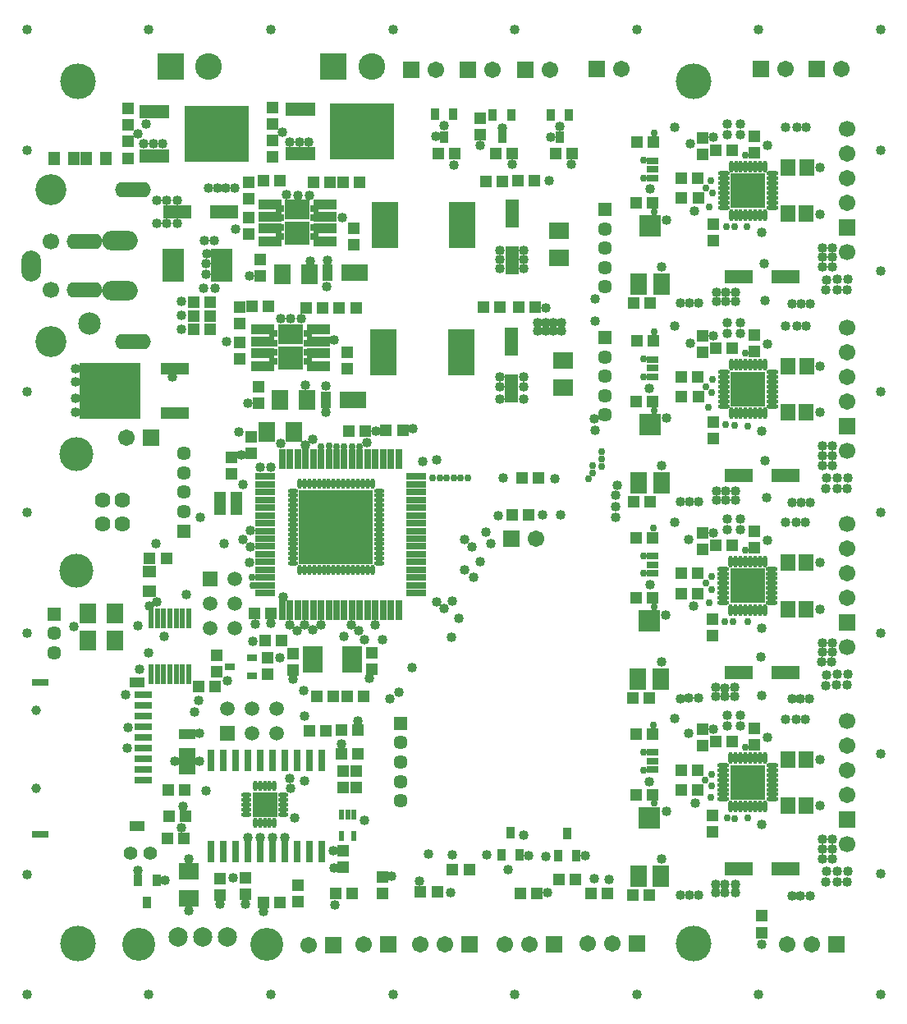
<source format=gbr>
G04 DipTrace 2.4.0.1*
%INTopMask.gbr*%
%MOIN*%
%ADD14C,0.04*%
%ADD25R,0.0551X0.1181*%
%ADD28R,0.1181X0.0551*%
%ADD44R,0.0591X0.0591*%
%ADD46C,0.0591*%
%ADD60R,0.0591X0.0394*%
%ADD61R,0.0709X0.0315*%
%ADD62R,0.061X0.0394*%
%ADD75R,0.05X0.025*%
%ADD90R,0.0413X0.0256*%
%ADD97R,0.0236X0.0787*%
%ADD102C,0.0669*%
%ADD103C,0.1339*%
%ADD104C,0.145*%
%ADD105C,0.0394*%
%ADD114C,0.03*%
%ADD117R,0.0828X0.108*%
%ADD119R,0.0316X0.0867*%
%ADD120R,0.2501X0.2265*%
%ADD122R,0.1163X0.0474*%
%ADD124R,0.1419X0.1419*%
%ADD126O,0.0474X0.0198*%
%ADD128O,0.0198X0.0474*%
%ADD133R,0.0997X0.0812*%
%ADD135R,0.0997X0.0966*%
%ADD137R,0.0336X0.0277*%
%ADD139R,0.0946X0.0395*%
%ADD141R,0.0237X0.0434*%
%ADD143R,0.1045X0.1045*%
%ADD145R,0.2993X0.2993*%
%ADD147O,0.0198X0.0415*%
%ADD149O,0.0415X0.0198*%
%ADD151R,0.0277X0.0789*%
%ADD153R,0.0789X0.0277*%
%ADD155C,0.0552*%
%ADD159R,0.0867X0.0867*%
%ADD161R,0.071X0.0867*%
%ADD163R,0.0592X0.0671*%
%ADD165R,0.1202X0.0572*%
%ADD167R,0.2639X0.2265*%
%ADD169R,0.0336X0.0493*%
%ADD171R,0.1104X0.1852*%
%ADD173C,0.0572*%
%ADD175C,0.0572*%
%ADD177R,0.0572X0.0572*%
%ADD185R,0.0552X0.0474*%
%ADD187R,0.0474X0.0552*%
%ADD189R,0.0867X0.1332*%
%ADD191R,0.071X0.0438*%
%ADD193R,0.071X0.1064*%
%ADD195R,0.0438X0.071*%
%ADD197R,0.1064X0.071*%
%ADD201C,0.0785*%
%ADD203C,0.108*%
%ADD207R,0.108X0.108*%
%ADD209C,0.0671*%
%ADD212R,0.0671X0.0671*%
%ADD216C,0.1379*%
%ADD220C,0.0639*%
%ADD223C,0.0907*%
%ADD227C,0.1261*%
%ADD229O,0.1458X0.0789*%
%ADD232O,0.1458X0.0631*%
%ADD236O,0.0789X0.1261*%
%ADD238R,0.0789X0.071*%
%ADD240R,0.0513X0.0474*%
%ADD244R,0.0474X0.0513*%
%ADD246R,0.071X0.0789*%
%FSLAX44Y44*%
G04*
G70*
G90*
G75*
G01*
%LNTopMask*%
%LPD*%
D14*
X4493Y10413D3*
X5000Y13610D3*
X7420Y9880D3*
X6330Y25480D3*
X19960Y5480D3*
X23460Y5130D3*
X19960Y5480D3*
X17040Y16340D3*
X24325Y19775D3*
Y20225D3*
X17350Y16080D3*
X18830Y17975D3*
X6020Y5050D3*
X6900Y16650D3*
X9460Y17950D3*
X11700Y11720D3*
X11660Y12750D3*
X4430Y12590D3*
X10830Y16570D3*
X17700Y6080D3*
X18200Y17660D3*
X17950Y15680D3*
X8870Y31500D3*
X17610Y4540D3*
X18550Y17350D3*
X17680Y16380D3*
X8525Y26925D3*
X6700Y7200D3*
X6760Y8060D3*
X5360Y14280D3*
X7371Y12359D3*
X23500Y27770D3*
X16475Y22045D3*
X23490Y28660D3*
X23470Y23310D3*
X17050Y22120D3*
X23450Y23790D3*
X24325Y20700D3*
X24395Y21080D3*
X2370Y25820D3*
Y25280D3*
X4930Y15390D3*
X7790Y33160D3*
X30170Y33510D3*
Y33050D3*
X30150Y32580D3*
X29690Y33080D3*
Y33520D3*
X29680Y32610D3*
X29220D3*
X29230Y33050D3*
X29210Y33520D3*
D114*
X28810Y31590D3*
X29150Y31580D3*
X29650D3*
X28130Y32380D3*
X28240Y32940D3*
X28000Y33150D3*
X28180Y33460D3*
X29590Y34500D3*
D14*
X30500Y34890D3*
X28290Y35210D3*
X32630Y33980D3*
X32620Y32100D3*
X30260Y31340D3*
X28410Y28560D3*
Y28920D3*
X29180D3*
X28770Y28560D3*
Y28910D3*
X29180Y28560D3*
X29400Y35330D3*
X28850D3*
X29400Y35760D3*
X28850D3*
X32040Y35620D3*
X31670D3*
X31230D3*
X26730Y35630D3*
D114*
X25893Y32195D3*
X25453Y33555D3*
Y34275D3*
X25873Y35385D3*
D14*
X26380Y31870D3*
X9890Y6790D3*
X10940Y32880D3*
X11410Y32870D3*
X11900Y32850D3*
X13210Y31950D3*
X11930Y30190D3*
X12610Y30210D3*
X12600Y29150D3*
X9440Y29580D3*
X7610Y31010D3*
X8030D3*
X7590Y29100D3*
X8060Y29080D3*
X7700Y29670D3*
Y30080D3*
X7710Y30490D3*
X10770Y35410D3*
X11100Y35020D3*
X11470Y35010D3*
X11860Y35020D3*
X5140Y34950D3*
X5540D3*
X5930D3*
X4910Y35340D3*
X12550Y25110D3*
Y24040D3*
X11720Y25160D3*
X9370Y24410D3*
X9400Y6790D3*
X10730Y27860D3*
X11130D3*
X11540Y27850D3*
X12870Y27000D3*
X18810Y34890D3*
X19720Y35600D3*
X17340Y35690D3*
X17010Y35250D3*
X22040Y35670D3*
X21700Y35230D3*
X17750Y34080D3*
X20110Y34110D3*
X33133Y30735D3*
X33123Y30345D3*
X33113Y29945D3*
X32733Y30735D3*
X32723Y30345D3*
X32713Y29945D3*
X32883Y29435D3*
X33753Y29445D3*
X33333D3*
X32863Y29005D3*
X33733Y29015D3*
X33313D3*
X31483Y28445D3*
X32213Y28455D3*
X31843D3*
X26953Y28475D3*
X27683Y28485D3*
X27313D3*
X33133Y22675D3*
X26193Y29955D3*
X33123Y22285D3*
X33113Y21885D3*
X32733Y22675D3*
X32723Y22285D3*
X32713Y21885D3*
X32883Y21375D3*
X33753Y21385D3*
X33333D3*
X30170Y25450D3*
Y24990D3*
X30150Y24520D3*
X29690Y25020D3*
Y25460D3*
X29680Y24550D3*
X29220D3*
X29230Y24990D3*
X29210Y25460D3*
D114*
X28800Y23540D3*
X29140Y23510D3*
X29670Y23500D3*
X28090Y24270D3*
X28220Y24860D3*
X28000Y25090D3*
X28240Y25390D3*
X29590Y26440D3*
D14*
X30500Y26830D3*
X28290Y27150D3*
X32630Y25920D3*
X32620Y24040D3*
X30260Y23280D3*
X28410Y20500D3*
Y20860D3*
X29180D3*
X28770Y20500D3*
Y20850D3*
X29180Y20500D3*
X29400Y27270D3*
X28850D3*
X29400Y27700D3*
X28850D3*
X32040Y27560D3*
X31670D3*
X31230D3*
X26730Y27570D3*
D114*
X25893Y24135D3*
X25453Y25495D3*
Y26215D3*
X25873Y27325D3*
D14*
X26380Y23810D3*
X32863Y20945D3*
X33733Y20955D3*
X33313D3*
X31483Y20385D3*
X32213Y20395D3*
X31843D3*
X26953Y20415D3*
X27683Y20425D3*
X27313D3*
X26193Y21895D3*
X33120Y14695D3*
X33110Y14305D3*
X33100Y13905D3*
X32720Y14695D3*
X32710Y14305D3*
X32700Y13905D3*
X32870Y13395D3*
X33740Y13405D3*
X33320D3*
X30157Y17469D3*
Y17009D3*
X30137Y16539D3*
X29677Y17039D3*
Y17479D3*
X29667Y16569D3*
X29207D3*
X29217Y17009D3*
X29197Y17479D3*
D114*
X28750Y15550D3*
X29100Y15540D3*
X29690Y15550D3*
X28130Y16320D3*
X28220Y16870D3*
X27987Y17109D3*
X28220Y17400D3*
X29577Y18459D3*
D14*
X30487Y18849D3*
X28277Y19169D3*
X32617Y17939D3*
X32607Y16059D3*
X30247Y15299D3*
X28397Y12519D3*
Y12879D3*
X29167D3*
X28757Y12519D3*
Y12869D3*
X29167Y12519D3*
X29387Y19289D3*
X28837D3*
X29387Y19719D3*
X28837D3*
X32027Y19579D3*
X31657D3*
X31217D3*
X26717Y19589D3*
D114*
X25880Y16155D3*
X25440Y17515D3*
Y18235D3*
X25860Y19345D3*
D14*
X26367Y15829D3*
X32850Y12965D3*
X33720Y12975D3*
X33300D3*
X31470Y12405D3*
X32200Y12415D3*
X31830D3*
X26940Y12435D3*
X27670Y12445D3*
X27300D3*
X26180Y13915D3*
X33123Y6715D3*
X33113Y6325D3*
X33103Y5925D3*
X32723Y6715D3*
X32713Y6325D3*
X32703Y5925D3*
X32873Y5415D3*
X33743Y5425D3*
X33323D3*
X30160Y9490D3*
Y9030D3*
X30140Y8560D3*
X29680Y9060D3*
Y9500D3*
X29670Y8590D3*
X29210D3*
X29220Y9030D3*
X29200Y9500D3*
D114*
X28840Y7580D3*
X29160Y7560D3*
X29670Y7580D3*
X28170Y8420D3*
X28225Y8900D3*
X27950Y9125D3*
X28225Y9350D3*
X29590Y10470D3*
D14*
X30490Y10870D3*
X28280Y11190D3*
X32620Y9960D3*
X32610Y8080D3*
X30250Y7320D3*
X28400Y4540D3*
Y4900D3*
X29170D3*
X28760Y4540D3*
Y4890D3*
X29170Y4540D3*
X29390Y11310D3*
X28840D3*
X29390Y11740D3*
X28840D3*
X32030Y11600D3*
X31660D3*
X31220D3*
X26720Y11610D3*
D114*
X25883Y8175D3*
X25443Y9535D3*
Y10255D3*
X25863Y11365D3*
D14*
X26370Y7850D3*
X32853Y4985D3*
X33723Y4995D3*
X33303D3*
X31473Y4425D3*
X32203Y4435D3*
X31833D3*
X26943Y4455D3*
X27673Y4465D3*
X27303D3*
X26183Y5935D3*
X22530Y34130D3*
X19625Y30250D3*
X20575D3*
Y29875D3*
X19625D3*
X20575Y30625D3*
X19625D3*
X21625Y33450D3*
X410Y39590D3*
X8140Y33150D3*
X19100Y6080D3*
X21500Y6025D3*
X10390Y6790D3*
X10880Y6780D3*
X8490Y33150D3*
X11275Y7600D3*
X11130Y8780D3*
X11680Y9090D3*
X11100Y9180D3*
X9825Y8375D3*
X4520Y11260D3*
X8840Y33140D3*
X15510Y12700D3*
X15140Y12410D3*
X14850Y14830D3*
X14560Y15410D3*
X14120Y14820D3*
X13900Y15200D3*
X13600Y15425D3*
X13300Y14970D3*
X11700Y15425D3*
X12350D3*
X12025Y15225D3*
X11230Y13220D3*
X14330Y13260D3*
X8540Y13150D3*
X20600Y25475D3*
Y25075D3*
Y24600D3*
X19625Y25475D3*
Y25075D3*
Y24600D3*
X21500Y28300D3*
X21150Y27675D3*
X21475D3*
X21800D3*
X22125D3*
X21150Y27350D3*
X21475D3*
X21800D3*
X22125D3*
X10310Y21820D3*
X9900D3*
X14575Y23275D3*
X10250Y8375D3*
Y7900D3*
X19050Y19175D3*
X18175Y18900D3*
X18475Y18575D3*
X9850Y7875D3*
X10725Y22775D3*
X11725Y22725D3*
X12025Y22950D3*
X14220Y22830D3*
X16070Y23380D3*
X9025Y23250D3*
X9475Y18600D3*
X9180Y18900D3*
X11390Y15200D3*
X11075Y15425D3*
X5375Y16175D3*
X20775Y6070D3*
X16730Y6130D3*
X15225Y5210D3*
X30260Y2460D3*
X24040Y5080D3*
X21555Y4550D3*
X16340Y5020D3*
X13200Y10590D3*
X12850Y6260D3*
X10030Y3800D3*
X12925Y4060D3*
X19560Y19870D3*
X21350Y19875D3*
X19740Y21390D3*
X9675Y15450D3*
X10325Y15475D3*
X9125Y22325D3*
X21860Y21360D3*
X5700Y16360D3*
X5980Y14970D3*
X5640Y18710D3*
X2325Y15350D3*
X23100Y6050D3*
X6990Y3825D3*
X8255Y4075D3*
X9300Y4100D3*
X7410Y11010D3*
X10675Y14100D3*
X9575Y14750D3*
X9180Y21110D3*
X9475Y19250D3*
X7670Y8700D3*
X6675Y28550D3*
X6700Y27975D3*
Y27425D3*
X6100Y32650D3*
X6075Y31725D3*
X6525D3*
Y32650D3*
X5700D3*
X5675Y31725D3*
X410Y410D3*
X35090Y39590D3*
Y410D3*
X4930Y5460D3*
X6970Y5920D3*
X8790Y5140D3*
X13860Y11520D3*
X12870Y5560D3*
X14110Y7490D3*
X6430Y9880D3*
X12960Y19400D3*
X11910Y20430D3*
X14070Y20460D3*
Y18250D3*
X11870Y18230D3*
X410Y5300D3*
Y15100D3*
Y20000D3*
Y24900D3*
Y34690D3*
X35090D3*
Y29790D3*
Y24900D3*
X5360Y39590D3*
X35090Y20000D3*
Y15100D3*
Y10200D3*
Y5310D3*
X10320Y39590D3*
X15270D3*
X20230D3*
X25180D3*
X30130D3*
X5360Y410D3*
X10320D3*
X15270D3*
X20230D3*
X25180D3*
X30130D3*
X20570Y6890D3*
X7210Y11880D3*
X16040Y13680D3*
X17640Y14920D3*
D114*
X16870Y21400D3*
D14*
X19240Y18710D3*
X22080Y19890D3*
X25700Y9070D3*
X27560Y8180D3*
X27300Y11030D3*
X25710Y17060D3*
X27290Y18900D3*
X30250Y12540D3*
X30210Y14130D3*
X27480Y16180D3*
X30460Y20590D3*
X30390Y22080D3*
X25700Y25020D3*
X27340Y26860D3*
X30350Y30100D3*
X30400Y28600D3*
X25720Y33130D3*
X27360Y34970D3*
X27510Y32210D3*
X5260Y35760D3*
X7460Y19800D3*
X8410Y18730D3*
X2370Y24610D3*
Y24040D3*
D114*
X12350Y22670D3*
X12670Y22680D3*
X12980Y22670D3*
X13290D3*
X13610D3*
X13920Y22660D3*
X9560Y17360D3*
X9600Y17030D3*
X17170Y21400D3*
X17460D3*
X18020D3*
X17740D3*
X18320D3*
X23750Y22450D3*
Y22150D3*
X23740Y21850D3*
X23390Y21880D3*
X23380Y21590D3*
X23220Y21340D3*
D25*
X20100Y26925D3*
Y25035D3*
X20110Y32120D3*
Y30230D3*
D246*
X11250Y23250D3*
X10148D3*
D244*
X8110Y14180D3*
Y13511D3*
D28*
X8410Y32200D3*
X6520D3*
D240*
X7850Y28530D3*
X7181D3*
X13180Y10180D3*
X13849D3*
X7850Y27970D3*
X7181D3*
X10700Y4170D3*
X10031D3*
X13605Y4510D3*
X12936D3*
D246*
X3975Y15875D3*
X2873D3*
D238*
X6995Y5425D3*
Y4323D3*
D240*
X10750Y14775D3*
X10081D3*
X15000Y23310D3*
X15669D3*
X7860Y27420D3*
X7191D3*
D246*
X11892Y29650D3*
X10790D3*
D238*
X22175Y26150D3*
Y25048D3*
D244*
X9805Y24425D3*
Y25095D3*
D240*
X10230Y28340D3*
X9561D3*
D244*
X13415Y26485D3*
Y25815D3*
D246*
X11770Y24570D3*
X10668D3*
D238*
X22030Y31410D3*
Y30308D3*
D244*
X9892Y29600D3*
Y30269D3*
D240*
X10690Y33460D3*
X10021D3*
D244*
X13672Y31520D3*
Y30851D3*
X9300Y5152D3*
Y4483D3*
X8250Y5127D3*
Y4458D3*
X13240Y5580D3*
Y6249D3*
X14425Y14300D3*
Y13631D3*
D246*
X3975Y14800D3*
X2873D3*
D244*
X9525Y22400D3*
Y23069D3*
D240*
X14140Y23290D3*
X13471D3*
D244*
X11225Y14250D3*
Y13581D3*
D240*
X6070Y18110D3*
X5401D3*
D244*
X28270Y31700D3*
Y31031D3*
D240*
X29050Y34700D3*
X28381D3*
D244*
X29960Y35250D3*
Y34581D3*
D240*
X27660Y33550D3*
X26991D3*
D244*
X27850Y35200D3*
Y34531D3*
D28*
X31220Y29540D3*
X29330D3*
D244*
X28270Y23640D3*
Y22971D3*
D240*
X29050Y26640D3*
X28381D3*
D244*
X29960Y27190D3*
Y26521D3*
D240*
X27660Y25490D3*
X26991D3*
D244*
X27850Y27140D3*
Y26471D3*
D28*
X31220Y21480D3*
X29330D3*
D244*
X28257Y15659D3*
Y14990D3*
D240*
X29037Y18659D3*
X28368D3*
D244*
X29947Y19209D3*
Y18540D3*
D240*
X27647Y17509D3*
X26978D3*
D244*
X27837Y19159D3*
Y18490D3*
D28*
X31207Y13499D3*
X29317D3*
D244*
X28260Y7680D3*
Y7011D3*
D240*
X29040Y10680D3*
X28371D3*
D244*
X29950Y11230D3*
Y10561D3*
D240*
X27650Y9530D3*
X26981D3*
D244*
X27840Y11180D3*
Y10511D3*
D28*
X31210Y5520D3*
X29320D3*
D236*
X590Y30000D3*
D232*
X2756Y30984D3*
D229*
X4193Y28976D3*
Y31024D3*
D232*
X2756Y29016D3*
D227*
X1378Y26929D3*
Y33071D3*
D232*
X4724Y26929D3*
Y33071D3*
D223*
X2953Y27638D3*
D102*
X1378Y30984D3*
Y29016D3*
D220*
X4285Y19508D3*
Y20492D3*
X3498D3*
Y19508D3*
D216*
X2431Y22370D3*
Y17630D3*
D212*
X33720Y31550D3*
D209*
Y32550D3*
Y33550D3*
Y34550D3*
D212*
Y23490D3*
D209*
Y24490D3*
Y25490D3*
Y26490D3*
D212*
X33707Y15509D3*
D209*
Y16509D3*
Y17509D3*
Y18509D3*
D212*
X33710Y7530D3*
D209*
Y8530D3*
Y9530D3*
Y10530D3*
D207*
X6240Y38080D3*
D203*
X7800D3*
D207*
X12850D3*
D203*
X14410D3*
D212*
X16010Y37950D3*
D209*
X17010D3*
D212*
X33290Y2450D3*
D209*
X32290D3*
X31290D3*
D212*
X25200Y2480D3*
D209*
X24200D3*
X23200D3*
D212*
X21830Y2450D3*
D209*
X20830D3*
X19830D3*
D212*
X18370D3*
D209*
X17370D3*
X16370D3*
D212*
X15090Y2440D3*
D209*
X14090D3*
D212*
X12860Y2430D3*
D209*
X11860D3*
D201*
X8550Y2750D3*
X7550D3*
X6550D3*
D103*
X10148Y2451D3*
X4952D3*
D212*
X20650Y37970D3*
D209*
X21650D3*
D212*
X18320D3*
D209*
X19320D3*
D212*
X32490Y37990D3*
D209*
X33490D3*
D212*
X30230Y37980D3*
D209*
X31230D3*
D212*
X23560Y37990D3*
D209*
X24560D3*
D240*
X21050Y28325D3*
X20381D3*
D197*
X13722Y29720D3*
D195*
X12611D3*
D197*
X13652Y24562D3*
D195*
X12540D3*
D240*
X21019Y33440D3*
X20350D3*
X11880Y11130D3*
X12549D3*
X12190Y12520D3*
X12859D3*
D193*
X6930Y9890D3*
D191*
Y11002D3*
D189*
X6360Y30030D3*
X8329D3*
D187*
X1522Y34350D3*
X2309D3*
D185*
X5380Y17578D3*
Y16791D3*
D187*
X2822Y34370D3*
X3609D3*
D104*
X2500Y2500D3*
X27500D3*
Y37500D3*
X2500D3*
G36*
X4786Y12283D2*
X5474D1*
Y12008D1*
X4786D1*
Y12283D1*
G37*
G36*
Y11850D2*
X5474D1*
Y11575D1*
X4786D1*
Y11850D1*
G37*
G36*
Y11417D2*
X5474D1*
Y11142D1*
X4786D1*
Y11417D1*
G37*
G36*
Y10984D2*
X5474D1*
Y10709D1*
X4786D1*
Y10984D1*
G37*
G36*
Y10551D2*
X5474D1*
Y10276D1*
X4786D1*
Y10551D1*
G37*
G36*
Y10118D2*
X5474D1*
Y9843D1*
X4786D1*
Y10118D1*
G37*
G36*
Y9685D2*
X5474D1*
Y9409D1*
X4786D1*
Y9685D1*
G37*
G36*
Y9252D2*
X5474D1*
Y8976D1*
X4786D1*
Y9252D1*
G37*
G36*
Y12717D2*
X5474D1*
Y12441D1*
X4786D1*
Y12717D1*
G37*
D60*
X4894Y13071D3*
D61*
X957D3*
D62*
X4894Y7244D3*
D61*
X957Y6929D3*
D105*
X799Y11949D3*
Y8799D3*
D177*
X23900Y27090D3*
D173*
Y26303D3*
Y25515D3*
D175*
Y24728D3*
Y23940D3*
D177*
Y32290D3*
D173*
Y31503D3*
Y30715D3*
D175*
Y29928D3*
Y29140D3*
D177*
X1520Y15870D3*
D173*
Y15081D3*
Y14292D3*
D177*
X6775Y19230D3*
D173*
Y20017D3*
Y20805D3*
D175*
Y21592D3*
Y22380D3*
D44*
X7840Y17300D3*
D46*
X8840D3*
X7840Y16300D3*
X8840D3*
X7840Y15300D3*
X8840D3*
D212*
X20075Y18925D3*
D209*
X21075D3*
D44*
X8540Y11010D3*
D46*
Y12010D3*
X9540Y11010D3*
Y12010D3*
X10540Y11010D3*
Y12010D3*
D212*
X5460Y23020D3*
D209*
X4460D3*
D177*
X15580Y11430D3*
D173*
Y10643D3*
Y9855D3*
D175*
Y9068D3*
Y8280D3*
D171*
X14890Y26480D3*
X18040D3*
X14940Y31650D3*
X18090D3*
D102*
X33723Y30545D3*
Y35555D3*
Y22485D3*
Y27495D3*
X33710Y14505D3*
Y19515D3*
X33713Y6525D3*
Y11535D3*
D169*
X21975Y6050D3*
X22723D3*
X22349Y6956D3*
X19675Y6075D3*
X20423D3*
X20049Y6981D3*
D167*
X14030Y35440D3*
D165*
X11510Y36338D3*
Y34542D3*
D167*
X8110Y35350D3*
D165*
X5590Y36248D3*
Y34452D3*
D169*
X5675Y5050D3*
X4927D3*
X5301Y4144D3*
X17720Y36140D3*
X16972D3*
X17346Y35234D3*
X22420Y36130D3*
X21672D3*
X22046Y35224D3*
X20080Y36110D3*
X19332D3*
X19706Y35204D3*
D240*
X13190Y11150D3*
X13859D3*
D244*
X4510Y35720D3*
Y36389D3*
X10400Y34410D3*
Y35079D3*
D240*
X19440Y34540D3*
X20109D3*
D163*
X31316Y32106D3*
X32064D3*
X31320Y33980D3*
X32068D3*
D240*
X10325Y15900D3*
X9656D3*
X20125Y19875D3*
X20794D3*
D244*
X11420Y4850D3*
Y4181D3*
D240*
X8920Y20110D3*
X8251D3*
D163*
X31316Y24046D3*
X32064D3*
D240*
X17120Y34560D3*
X17789D3*
X6140Y8720D3*
X6809D3*
D163*
X31320Y25920D3*
X32068D3*
X31303Y16065D3*
X32051D3*
X31307Y17939D3*
X32055D3*
X31306Y8086D3*
X32054D3*
X31310Y9960D3*
X32058D3*
D244*
X4510Y34370D3*
Y35039D3*
X30255Y2935D3*
Y3605D3*
D240*
X23990Y4510D3*
X23321D3*
X21124Y4525D3*
X20455D3*
X16400Y4580D3*
X17069D3*
X13100Y28290D3*
X13769D3*
X11740D3*
X12409D3*
D244*
X9050Y28310D3*
Y27641D3*
X9040Y26900D3*
Y26231D3*
D240*
X13260Y33380D3*
X13929D3*
X12040D3*
X12709D3*
D244*
X9430Y33390D3*
Y32721D3*
Y31940D3*
Y31271D3*
D240*
X19625Y28325D3*
X18956D3*
X19709Y33420D3*
X19040D3*
X22025Y5100D3*
X22694D3*
D244*
X10190Y13415D3*
Y14085D3*
D240*
X8040Y12910D3*
X7371D3*
D244*
X10400Y35740D3*
Y36409D3*
D240*
X21870Y34570D3*
X22539D3*
D244*
X13240Y9500D3*
Y8831D3*
X18805Y35330D3*
Y36000D3*
X13780Y9500D3*
Y8831D3*
D240*
X17700Y5480D3*
X18369D3*
X13410Y12530D3*
X14079D3*
X6840Y7640D3*
X6171D3*
X27000Y32740D3*
X27669D3*
X25150Y32550D3*
X25819D3*
X25171Y35010D3*
X25840D3*
X25710Y28480D3*
X25041D3*
D161*
X26170Y29250D3*
D159*
X25707Y31612D3*
D161*
X25245Y29250D3*
D240*
X6790Y6750D3*
X6121D3*
D244*
X14860Y5200D3*
Y4531D3*
D240*
X27000Y24680D3*
X27669D3*
X25150Y24490D3*
X25819D3*
X25171Y26950D3*
X25840D3*
X25710Y20420D3*
X25041D3*
D161*
X26170Y21190D3*
D159*
X25707Y23552D3*
D161*
X25245Y21190D3*
D240*
X8920Y20580D3*
X8251D3*
D244*
X8725Y22225D3*
Y21556D3*
D240*
X26987Y16699D3*
X27657D3*
X25137Y16509D3*
X25807D3*
X25158Y18969D3*
X25827D3*
X25697Y12439D3*
X25028D3*
D161*
X26157Y13209D3*
D159*
X25695Y15572D3*
D161*
X25232Y13209D3*
D240*
X21180Y21390D3*
X20511D3*
X26990Y8720D3*
X27659D3*
X25140Y8530D3*
X25809D3*
X25161Y10990D3*
X25830D3*
X25700Y4460D3*
X25031D3*
D161*
X26160Y5230D3*
D159*
X25697Y7592D3*
D161*
X25235Y5230D3*
D75*
X25830Y34260D3*
Y33910D3*
Y33560D3*
Y26200D3*
Y25850D3*
Y25500D3*
X25817Y18219D3*
Y17869D3*
Y17519D3*
X25820Y10240D3*
Y9890D3*
Y9540D3*
D155*
X4630Y6150D3*
X5420Y6160D3*
D153*
X10070Y21440D3*
Y21125D3*
Y20810D3*
Y20495D3*
Y20180D3*
Y19865D3*
Y19550D3*
Y19235D3*
Y18920D3*
Y18605D3*
Y18290D3*
Y17975D3*
Y17660D3*
Y17346D3*
Y17031D3*
Y16716D3*
D151*
X10779Y16007D3*
X11094D3*
X11409D3*
X11724D3*
X12039D3*
X12353D3*
X12668D3*
X12983D3*
X13298D3*
X13613D3*
X13928D3*
X14243D3*
X14558D3*
X14873D3*
X15188D3*
X15503D3*
D153*
X16212Y16716D3*
Y17031D3*
Y17346D3*
Y17660D3*
Y17975D3*
Y18290D3*
Y18605D3*
Y18920D3*
Y19235D3*
Y19550D3*
Y19865D3*
Y20180D3*
Y20495D3*
Y20810D3*
Y21125D3*
Y21440D3*
D151*
X15503Y22149D3*
X15188D3*
X14873D3*
X14558D3*
X14243D3*
X13928D3*
X13613D3*
X13298D3*
X12983D3*
X12668D3*
X12353D3*
X12039D3*
X11724D3*
X11409D3*
X11094D3*
X10779D3*
D149*
X11210Y20870D3*
Y20673D3*
Y20476D3*
Y20279D3*
Y20083D3*
Y19886D3*
Y19689D3*
Y19492D3*
Y19295D3*
Y19098D3*
Y18901D3*
Y18705D3*
Y18508D3*
Y18311D3*
Y18114D3*
Y17917D3*
D147*
X11486Y17642D3*
X11682D3*
X11879D3*
X12076D3*
X12273D3*
X12470D3*
X12667D3*
X12864D3*
X13060D3*
X13257D3*
X13454D3*
X13651D3*
X13848D3*
X14045D3*
X14241D3*
X14438D3*
D149*
X14714Y17917D3*
Y18114D3*
Y18311D3*
Y18508D3*
Y18705D3*
Y18901D3*
Y19098D3*
Y19295D3*
Y19492D3*
Y19689D3*
Y19886D3*
Y20083D3*
Y20279D3*
Y20476D3*
Y20673D3*
Y20870D3*
D147*
X14438Y21146D3*
X14241D3*
X14045D3*
X13848D3*
X13651D3*
X13454D3*
X13257D3*
X13060D3*
X12864D3*
X12667D3*
X12470D3*
X12273D3*
X12076D3*
X11879D3*
X11682D3*
X11486D3*
D145*
X12962Y19394D3*
D147*
X9675Y7375D3*
X9872D3*
X10069D3*
X10266D3*
X10462D3*
D149*
X10817Y7729D3*
Y7926D3*
Y8123D3*
Y8320D3*
Y8517D3*
D147*
X10462Y8871D3*
X10266D3*
X10069D3*
X9872D3*
X9675D3*
D149*
X9321Y8517D3*
Y8320D3*
Y8123D3*
Y7926D3*
Y7729D3*
D143*
X10069Y8123D3*
D141*
X13700Y7720D3*
X13444D3*
X13188D3*
Y6854D3*
X13700D3*
D139*
X12250Y25930D3*
Y26450D3*
Y26910D3*
Y27430D3*
X9990D3*
Y26910D3*
Y26450D3*
Y25930D3*
D137*
X11819Y26119D3*
Y26493D3*
Y26867D3*
Y27241D3*
X10421D3*
Y26867D3*
Y26493D3*
Y26119D3*
D135*
X11120Y26237D3*
D133*
Y27204D3*
D139*
X12530Y31000D3*
Y31520D3*
Y31980D3*
Y32500D3*
X10270D3*
Y31980D3*
Y31520D3*
Y31000D3*
D137*
X12099Y31189D3*
Y31563D3*
Y31937D3*
Y32311D3*
X10701D3*
Y31937D3*
Y31563D3*
Y31189D3*
D135*
X11400Y31307D3*
D133*
Y32274D3*
D90*
X9550Y13350D3*
Y14098D3*
X8644Y13724D3*
D97*
X5450Y13420D3*
X5706D3*
X5962D3*
X6218D3*
X6474D3*
X6730D3*
X6985D3*
Y15703D3*
X6730D3*
X6474D3*
X6218D3*
X5962D3*
X5706D3*
X5450D3*
D128*
X30383Y34035D3*
X30186D3*
X29990D3*
X29793D3*
X29596D3*
X29399D3*
X29202D3*
X29005D3*
D126*
X28710Y33740D3*
Y33543D3*
Y33346D3*
Y33149D3*
Y32953D3*
Y32756D3*
Y32559D3*
Y32362D3*
D128*
X29005Y32067D3*
X29202D3*
X29399D3*
X29596D3*
X29793D3*
X29990D3*
X30186D3*
X30383D3*
D126*
X30679Y32362D3*
Y32559D3*
Y32756D3*
Y32953D3*
Y33149D3*
Y33346D3*
Y33543D3*
Y33740D3*
D124*
X29694Y33051D3*
D128*
X30383Y25975D3*
X30186D3*
X29990D3*
X29793D3*
X29596D3*
X29399D3*
X29202D3*
X29005D3*
D126*
X28710Y25680D3*
Y25483D3*
Y25286D3*
Y25089D3*
Y24893D3*
Y24696D3*
Y24499D3*
Y24302D3*
D128*
X29005Y24007D3*
X29202D3*
X29399D3*
X29596D3*
X29793D3*
X29990D3*
X30186D3*
X30383D3*
D126*
X30679Y24302D3*
Y24499D3*
Y24696D3*
Y24893D3*
Y25089D3*
Y25286D3*
Y25483D3*
Y25680D3*
D124*
X29694Y24991D3*
D128*
X30370Y17995D3*
X30174D3*
X29977D3*
X29780D3*
X29583D3*
X29386D3*
X29189D3*
X28993D3*
D126*
X28697Y17699D3*
Y17502D3*
Y17306D3*
Y17109D3*
Y16912D3*
Y16715D3*
Y16518D3*
Y16321D3*
D128*
X28993Y16026D3*
X29189D3*
X29386D3*
X29583D3*
X29780D3*
X29977D3*
X30174D3*
X30370D3*
D126*
X30666Y16321D3*
Y16518D3*
Y16715D3*
Y16912D3*
Y17109D3*
Y17306D3*
Y17502D3*
Y17699D3*
D124*
X29681Y17010D3*
D128*
X30373Y10015D3*
X30176D3*
X29980D3*
X29783D3*
X29586D3*
X29389D3*
X29192D3*
X28995D3*
D126*
X28700Y9720D3*
Y9523D3*
Y9326D3*
Y9129D3*
Y8933D3*
Y8736D3*
Y8539D3*
Y8342D3*
D128*
X28995Y8047D3*
X29192D3*
X29389D3*
X29586D3*
X29783D3*
X29980D3*
X30176D3*
X30373D3*
D126*
X30669Y8342D3*
Y8539D3*
Y8736D3*
Y8933D3*
Y9129D3*
Y9326D3*
Y9523D3*
Y9720D3*
D124*
X29684Y9031D3*
D122*
X6430Y24030D3*
Y25825D3*
D120*
X3792Y24928D3*
D119*
X7890Y6210D3*
X8390D3*
X8890D3*
X9390D3*
X9890D3*
X10390D3*
X10890D3*
X11390D3*
X11890D3*
X12390D3*
Y9911D3*
X11890D3*
X11390D3*
X10890D3*
X10390D3*
X9890D3*
X9390D3*
X8890D3*
X8390D3*
X7890D3*
D117*
X13625Y14025D3*
X12011D3*
M02*

</source>
